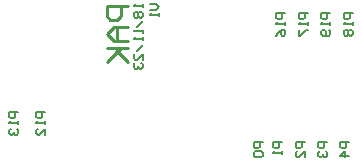
<source format=gbr>
%TF.GenerationSoftware,Altium Limited,Altium Designer,23.10.1 (27)*%
G04 Layer_Color=32896*
%FSLAX45Y45*%
%MOMM*%
%TF.SameCoordinates,D187A3F4-093A-4DDC-863C-0592D449728B*%
%TF.FilePolarity,Positive*%
%TF.FileFunction,Legend,Bot*%
%TF.Part,Single*%
G01*
G75*
%TA.AperFunction,NonConductor*%
%ADD51C,0.12700*%
%ADD52C,0.25400*%
D51*
X2146300Y1473200D02*
Y1447808D01*
Y1460504D01*
X2070125D01*
X2082821Y1473200D01*
Y1409721D02*
X2070125Y1397025D01*
Y1371633D01*
X2082821Y1358937D01*
X2095517D01*
X2108212Y1371633D01*
X2120908Y1358937D01*
X2133604D01*
X2146300Y1371633D01*
Y1397025D01*
X2133604Y1409721D01*
X2120908D01*
X2108212Y1397025D01*
X2095517Y1409721D01*
X2082821D01*
X2108212Y1397025D02*
Y1371633D01*
X2146300Y1333545D02*
X2095517Y1282762D01*
X2146300Y1257370D02*
Y1231978D01*
Y1244674D01*
X2070125D01*
X2082821Y1257370D01*
X2146300Y1193890D02*
Y1168499D01*
Y1181194D01*
X2070125D01*
X2082821Y1193890D01*
X2146300Y1130411D02*
X2095517Y1079628D01*
X2146300Y1003452D02*
Y1054236D01*
X2095517Y1003452D01*
X2082821D01*
X2070125Y1016148D01*
Y1041540D01*
X2082821Y1054236D01*
Y978060D02*
X2070125Y965364D01*
Y939972D01*
X2082821Y927277D01*
X2095517D01*
X2108212Y939972D01*
Y952668D01*
Y939972D01*
X2120908Y927277D01*
X2133604D01*
X2146300Y939972D01*
Y965364D01*
X2133604Y978060D01*
X2209825Y1473200D02*
X2260608D01*
X2286000Y1447808D01*
X2260608Y1422417D01*
X2209825D01*
X2286000Y1397025D02*
Y1371633D01*
Y1384329D01*
X2209825D01*
X2222521Y1397025D01*
X3160231Y304800D02*
X3084056D01*
Y266712D01*
X3096751Y254017D01*
X3122143D01*
X3134839Y266712D01*
Y304800D01*
X3096751Y228625D02*
X3084056Y215929D01*
Y190537D01*
X3096751Y177841D01*
X3147535D01*
X3160231Y190537D01*
Y215929D01*
X3147535Y228625D01*
X3096751D01*
X1092200Y558800D02*
X1016025D01*
Y520712D01*
X1028721Y508017D01*
X1054112D01*
X1066808Y520712D01*
Y558800D01*
X1092200Y482625D02*
Y457233D01*
Y469929D01*
X1016025D01*
X1028721Y482625D01*
Y419145D02*
X1016025Y406449D01*
Y381057D01*
X1028721Y368362D01*
X1041417D01*
X1054112Y381057D01*
Y393753D01*
Y381057D01*
X1066808Y368362D01*
X1079504D01*
X1092200Y381057D01*
Y406449D01*
X1079504Y419145D01*
X1320800Y558800D02*
X1244625D01*
Y520712D01*
X1257321Y508017D01*
X1282712D01*
X1295408Y520712D01*
Y558800D01*
X1320800Y482625D02*
Y457233D01*
Y469929D01*
X1244625D01*
X1257321Y482625D01*
X1320800Y368362D02*
Y419145D01*
X1270017Y368362D01*
X1257321D01*
X1244625Y381057D01*
Y406449D01*
X1257321Y419145D01*
X3327400Y304800D02*
X3251225D01*
Y266712D01*
X3263921Y254017D01*
X3289312D01*
X3302008Y266712D01*
Y304800D01*
X3327400Y228625D02*
Y203233D01*
Y215929D01*
X3251225D01*
X3263921Y228625D01*
X3517457Y304800D02*
X3441282D01*
Y266712D01*
X3453978Y254017D01*
X3479369D01*
X3492065Y266712D01*
Y304800D01*
X3517457Y177841D02*
Y228625D01*
X3466674Y177841D01*
X3453978D01*
X3441282Y190537D01*
Y215929D01*
X3453978Y228625D01*
X3705574Y304800D02*
X3629399D01*
Y266712D01*
X3642095Y254017D01*
X3667486D01*
X3680182Y266712D01*
Y304800D01*
X3642095Y228625D02*
X3629399Y215929D01*
Y190537D01*
X3642095Y177841D01*
X3654791D01*
X3667486Y190537D01*
Y203233D01*
Y190537D01*
X3680182Y177841D01*
X3692878D01*
X3705574Y190537D01*
Y215929D01*
X3692878Y228625D01*
X3895331Y304800D02*
X3819156D01*
Y266712D01*
X3831852Y254017D01*
X3857243D01*
X3869939Y266712D01*
Y304800D01*
X3895331Y190537D02*
X3819156D01*
X3857243Y228625D01*
Y177841D01*
X3352800Y1397000D02*
X3276625D01*
Y1358912D01*
X3289321Y1346217D01*
X3314712D01*
X3327408Y1358912D01*
Y1397000D01*
X3352800Y1320825D02*
Y1295433D01*
Y1308129D01*
X3276625D01*
X3289321Y1320825D01*
X3276625Y1206562D02*
X3289321Y1231953D01*
X3314712Y1257345D01*
X3340104D01*
X3352800Y1244649D01*
Y1219257D01*
X3340104Y1206562D01*
X3327408D01*
X3314712Y1219257D01*
Y1257345D01*
X3543300Y1397000D02*
X3467125D01*
Y1358912D01*
X3479821Y1346217D01*
X3505212D01*
X3517908Y1358912D01*
Y1397000D01*
X3543300Y1320825D02*
Y1295433D01*
Y1308129D01*
X3467125D01*
X3479821Y1320825D01*
X3467125Y1257345D02*
Y1206562D01*
X3479821D01*
X3530604Y1257345D01*
X3543300D01*
X3733800Y1397000D02*
X3657625D01*
Y1358912D01*
X3670321Y1346217D01*
X3695712D01*
X3708408Y1358912D01*
Y1397000D01*
X3733800Y1320825D02*
Y1295433D01*
Y1308129D01*
X3657625D01*
X3670321Y1320825D01*
X3721104Y1257345D02*
X3733800Y1244649D01*
Y1219257D01*
X3721104Y1206562D01*
X3670321D01*
X3657625Y1219257D01*
Y1244649D01*
X3670321Y1257345D01*
X3683017D01*
X3695712Y1244649D01*
Y1206562D01*
X3924300Y1397000D02*
X3848125D01*
Y1358912D01*
X3860821Y1346217D01*
X3886212D01*
X3898908Y1358912D01*
Y1397000D01*
X3924300Y1320825D02*
Y1295433D01*
Y1308129D01*
X3848125D01*
X3860821Y1320825D01*
Y1257345D02*
X3848125Y1244649D01*
Y1219257D01*
X3860821Y1206562D01*
X3873517D01*
X3886212Y1219257D01*
X3898908Y1206562D01*
X3911604D01*
X3924300Y1219257D01*
Y1244649D01*
X3911604Y1257345D01*
X3898908D01*
X3886212Y1244649D01*
X3873517Y1257345D01*
X3860821D01*
X3886212Y1244649D02*
Y1219257D01*
D52*
X2019300Y1460500D02*
X1841557D01*
Y1371629D01*
X1871181Y1342005D01*
X1930429D01*
X1960052Y1371629D01*
Y1460500D01*
X2019300Y1282757D02*
X1900805D01*
X1841557Y1223510D01*
X1900805Y1164262D01*
X2019300D01*
X1930429D01*
Y1282757D01*
X1841557Y1105015D02*
X2019300D01*
X1960052D01*
X1841557Y986520D01*
X1930429Y1075391D01*
X2019300Y986520D01*
%TF.MD5,9ea234a98f1f5499b78127e749a1cc1c*%
M02*

</source>
